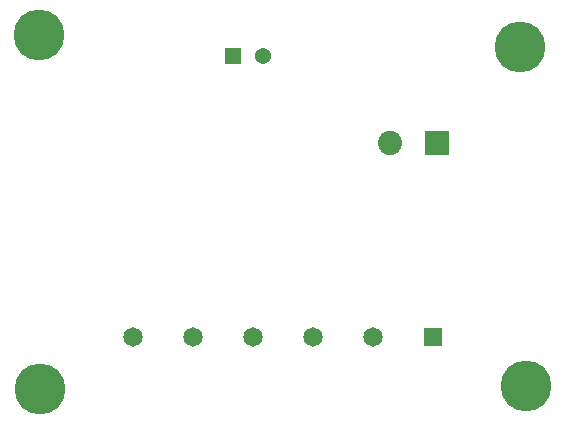
<source format=gbr>
%TF.GenerationSoftware,KiCad,Pcbnew,(6.0.9)*%
%TF.CreationDate,2022-12-05T21:09:52-07:00*%
%TF.ProjectId,Rotisserie-Chicken,526f7469-7373-4657-9269-652d43686963,rev?*%
%TF.SameCoordinates,Original*%
%TF.FileFunction,Soldermask,Bot*%
%TF.FilePolarity,Negative*%
%FSLAX46Y46*%
G04 Gerber Fmt 4.6, Leading zero omitted, Abs format (unit mm)*
G04 Created by KiCad (PCBNEW (6.0.9)) date 2022-12-05 21:09:52*
%MOMM*%
%LPD*%
G01*
G04 APERTURE LIST*
%ADD10R,1.371600X1.371600*%
%ADD11C,1.371600*%
%ADD12R,2.050000X2.050000*%
%ADD13C,2.050000*%
%ADD14R,1.650000X1.650000*%
%ADD15C,1.650000*%
%ADD16C,4.300000*%
G04 APERTURE END LIST*
D10*
%TO.C,D1*%
X97871000Y-69596000D03*
D11*
X100411000Y-69596000D03*
%TD*%
D12*
%TO.C,P2*%
X115103500Y-76907500D03*
D13*
X111143500Y-76907500D03*
%TD*%
D14*
%TO.C,P1*%
X114808000Y-93336500D03*
D15*
X109728000Y-93336500D03*
X104648000Y-93336500D03*
X99568000Y-93336500D03*
X94488000Y-93336500D03*
X89408000Y-93336500D03*
%TD*%
D16*
%TO.C,H4*%
X122682000Y-97536000D03*
%TD*%
%TO.C,H3*%
X81407000Y-67818000D03*
%TD*%
%TO.C,H2*%
X122174000Y-68834000D03*
%TD*%
%TO.C,H1*%
X81534000Y-97790000D03*
%TD*%
M02*

</source>
